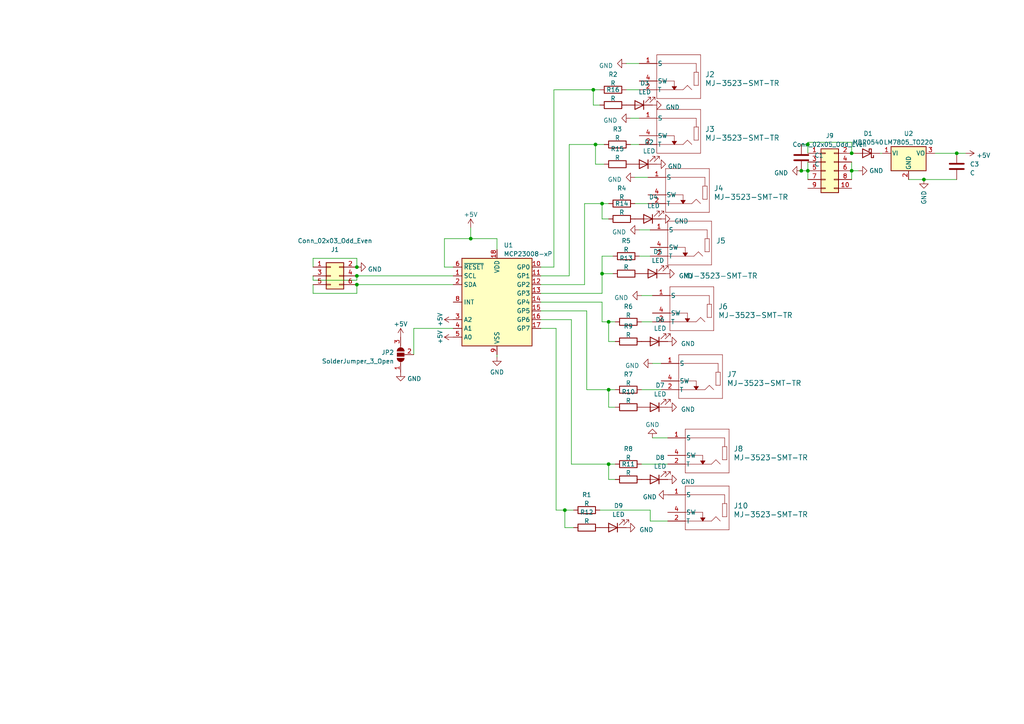
<source format=kicad_sch>
(kicad_sch (version 20230121) (generator eeschema)
  (paper "A4")
  (lib_symbols
    (symbol "Audio:MJ-3523-SMT-TR" (pin_names (offset 0.254))
      (property "Reference" "J" (at -8.89 6.35 0))
      (property "Value" "MJ-3523-SMT-TR" (at -8.89 8.89 0))
      (symbol "MJ-3523-SMT-TR_1_1"
        (polyline (pts (xy -17.78 -10.16) (xy -5.08 -10.16)) (stroke (width 0.127)))
        (polyline (pts (xy -17.78 2.54) (xy -17.78 -10.16)) (stroke (width 0.127)))
        (polyline (pts (xy -17.145 -6.35) (xy -15.875 -6.35)) (stroke (width 0.127)))
        (polyline (pts (xy -17.145 -2.54) (xy -17.145 -6.35)) (stroke (width 0.127)))
        (polyline (pts (xy -17.145 -2.54) (xy -15.875 -2.54)) (stroke (width 0.127)))
        (polyline (pts (xy -16.51 -2.54) (xy -16.51 0)) (stroke (width 0.127)))
        (polyline (pts (xy -16.51 0) (xy -5.08 0)) (stroke (width 0.127)))
        (polyline (pts (xy -15.875 -2.54) (xy -15.875 -6.35)) (stroke (width 0.127)))
        (polyline (pts (xy -13.97 -6.35) (xy -15.24 -7.62)) (stroke (width 0.127)))
        (polyline (pts (xy -12.7 -7.62) (xy -13.97 -6.35)) (stroke (width 0.127)))
        (polyline (pts (xy -12.7 -7.62) (xy -5.08 -7.62)) (stroke (width 0.127)))
        (polyline (pts (xy -10.795 -6.6675) (xy -9.525 -6.6675)) (stroke (width 0.127)))
        (polyline (pts (xy -10.16 -7.62) (xy -10.795 -6.6675)) (stroke (width 0.127)))
        (polyline (pts (xy -10.16 -7.62) (xy -9.525 -6.6675)) (stroke (width 0.127)))
        (polyline (pts (xy -10.16 -5.08) (xy -10.16 -7.62)) (stroke (width 0.127)))
        (polyline (pts (xy -10.16 -5.08) (xy -5.08 -5.08)) (stroke (width 0.127)))
        (polyline (pts (xy -5.08 -10.16) (xy -5.08 2.54)) (stroke (width 0.127)))
        (polyline (pts (xy -5.08 2.54) (xy -17.78 2.54)) (stroke (width 0.127)))
        (polyline (pts (xy -10.795 -6.6675) (xy -10.16 -7.62) (xy -9.525 -6.6675)) (fill (type outline)))
        (pin bidirectional line (at 0 0 180) (length 5.08) (name "S") (number "1"))
        (pin bidirectional line (at 0 -7.62 180) (length 5.08) (name "T") (number "2"))
        (pin bidirectional line (at 0 -5.08 180) (length 5.08) (name "SW") (number "4"))
      )
      (symbol "MJ-3523-SMT-TR_1_2"
        (polyline (pts (xy -17.78 -10.16) (xy -5.08 -10.16)) (stroke (width 0.127)))
        (polyline (pts (xy -17.78 2.54) (xy -17.78 -10.16)) (stroke (width 0.127)))
        (polyline (pts (xy -17.145 -6.35) (xy -15.875 -6.35)) (stroke (width 0.127)))
        (polyline (pts (xy -17.145 -2.54) (xy -17.145 -6.35)) (stroke (width 0.127)))
        (polyline (pts (xy -17.145 -2.54) (xy -15.875 -2.54)) (stroke (width 0.127)))
        (polyline (pts (xy -16.51 -2.54) (xy -16.51 0)) (stroke (width 0.127)))
        (polyline (pts (xy -16.51 0) (xy -5.08 0)) (stroke (width 0.127)))
        (polyline (pts (xy -15.875 -2.54) (xy -15.875 -6.35)) (stroke (width 0.127)))
        (polyline (pts (xy -13.97 -6.35) (xy -15.24 -7.62)) (stroke (width 0.127)))
        (polyline (pts (xy -12.7 -7.62) (xy -13.97 -6.35)) (stroke (width 0.127)))
        (polyline (pts (xy -12.7 -7.62) (xy -5.08 -7.62)) (stroke (width 0.127)))
        (polyline (pts (xy -10.795 -6.6675) (xy -9.525 -6.6675)) (stroke (width 0.127)))
        (polyline (pts (xy -10.16 -7.62) (xy -10.795 -6.6675)) (stroke (width 0.127)))
        (polyline (pts (xy -10.16 -7.62) (xy -9.525 -6.6675)) (stroke (width 0.127)))
        (polyline (pts (xy -10.16 -5.08) (xy -10.16 -7.62)) (stroke (width 0.127)))
        (polyline (pts (xy -10.16 -5.08) (xy -5.08 -5.08)) (stroke (width 0.127)))
        (polyline (pts (xy -5.08 -10.16) (xy -5.08 2.54)) (stroke (width 0.127)))
        (polyline (pts (xy -5.08 2.54) (xy -17.78 2.54)) (stroke (width 0.127)))
        (polyline (pts (xy -10.795 -6.6675) (xy -10.16 -7.62) (xy -9.525 -6.6675)) (fill (type outline)))
        (pin unspecified line (at 0 0 180) (length 5.08) (name "1") (number "1"))
        (pin unspecified line (at 0 -5.08 180) (length 5.08) (name "10") (number "10"))
        (pin unspecified line (at 0 -7.62 180) (length 5.08) (name "2") (number "2"))
      )
    )
    (symbol "Connector_Generic:Conn_02x03_Odd_Even" (pin_names (offset 1.016) hide)
      (property "Reference" "J" (at 1.27 5.08 0))
      (property "Value" "Conn_02x03_Odd_Even" (at 1.27 -5.08 0))
      (symbol "Conn_02x03_Odd_Even_1_1"
        (rectangle (start -1.27 -2.413) (end 0 -2.667) (stroke (width 0.1524)))
        (rectangle (start -1.27 0.127) (end 0 -0.127) (stroke (width 0.1524)))
        (rectangle (start -1.27 2.667) (end 0 2.413) (stroke (width 0.1524)))
        (rectangle (start -1.27 3.81) (end 3.81 -3.81) (stroke (width 0.254)) (fill (type background)))
        (rectangle (start 3.81 -2.413) (end 2.54 -2.667) (stroke (width 0.1524)))
        (rectangle (start 3.81 0.127) (end 2.54 -0.127) (stroke (width 0.1524)))
        (rectangle (start 3.81 2.667) (end 2.54 2.413) (stroke (width 0.1524)))
        (pin passive line (at -5.08 2.54 0) (length 3.81) (name "Pin_1") (number "1"))
        (pin passive line (at 7.62 2.54 180) (length 3.81) (name "Pin_2") (number "2"))
        (pin passive line (at -5.08 0 0) (length 3.81) (name "Pin_3") (number "3"))
        (pin passive line (at 7.62 0 180) (length 3.81) (name "Pin_4") (number "4"))
        (pin passive line (at -5.08 -2.54 0) (length 3.81) (name "Pin_5") (number "5"))
        (pin passive line (at 7.62 -2.54 180) (length 3.81) (name "Pin_6") (number "6"))
      )
    )
    (symbol "Connector_Generic:Conn_02x05_Odd_Even" (pin_names (offset 1.016) hide)
      (property "Reference" "J" (at 1.27 7.62 0))
      (property "Value" "Conn_02x05_Odd_Even" (at 1.27 -7.62 0))
      (symbol "Conn_02x05_Odd_Even_1_1"
        (rectangle (start -1.27 -4.953) (end 0 -5.207) (stroke (width 0.1524)))
        (rectangle (start -1.27 -2.413) (end 0 -2.667) (stroke (width 0.1524)))
        (rectangle (start -1.27 0.127) (end 0 -0.127) (stroke (width 0.1524)))
        (rectangle (start -1.27 2.667) (end 0 2.413) (stroke (width 0.1524)))
        (rectangle (start -1.27 5.207) (end 0 4.953) (stroke (width 0.1524)))
        (rectangle (start -1.27 6.35) (end 3.81 -6.35) (stroke (width 0.254)) (fill (type background)))
        (rectangle (start 3.81 -4.953) (end 2.54 -5.207) (stroke (width 0.1524)))
        (rectangle (start 3.81 -2.413) (end 2.54 -2.667) (stroke (width 0.1524)))
        (rectangle (start 3.81 0.127) (end 2.54 -0.127) (stroke (width 0.1524)))
        (rectangle (start 3.81 2.667) (end 2.54 2.413) (stroke (width 0.1524)))
        (rectangle (start 3.81 5.207) (end 2.54 4.953) (stroke (width 0.1524)))
        (pin passive line (at -5.08 5.08 0) (length 3.81) (name "Pin_1") (number "1"))
        (pin passive line (at 7.62 -5.08 180) (length 3.81) (name "Pin_10") (number "10"))
        (pin passive line (at 7.62 5.08 180) (length 3.81) (name "Pin_2") (number "2"))
        (pin passive line (at -5.08 2.54 0) (length 3.81) (name "Pin_3") (number "3"))
        (pin passive line (at 7.62 2.54 180) (length 3.81) (name "Pin_4") (number "4"))
        (pin passive line (at -5.08 0 0) (length 3.81) (name "Pin_5") (number "5"))
        (pin passive line (at 7.62 0 180) (length 3.81) (name "Pin_6") (number "6"))
        (pin passive line (at -5.08 -2.54 0) (length 3.81) (name "Pin_7") (number "7"))
        (pin passive line (at 7.62 -2.54 180) (length 3.81) (name "Pin_8") (number "8"))
        (pin passive line (at -5.08 -5.08 0) (length 3.81) (name "Pin_9") (number "9"))
      )
    )
    (symbol "Device:C" (pin_numbers hide) (pin_names (offset 0.254))
      (property "Reference" "C" (at 0.635 2.54 0))
      (property "Value" "C" (at 0.635 -2.54 0))
      (symbol "C_0_1"
        (polyline (pts (xy -2.032 -0.762) (xy 2.032 -0.762)) (stroke (width 0.508)))
        (polyline (pts (xy -2.032 0.762) (xy 2.032 0.762)) (stroke (width 0.508)))
      )
      (symbol "C_1_1"
        (pin passive line (at 0 3.81 270) (length 2.794) (name "~") (number "1"))
        (pin passive line (at 0 -3.81 90) (length 2.794) (name "~") (number "2"))
      )
    )
    (symbol "Device:LED" (pin_numbers hide) (pin_names (offset 1.016) hide)
      (property "Reference" "D" (at 0 2.54 0))
      (property "Value" "LED" (at 0 -2.54 0))
      (symbol "LED_0_1"
        (polyline (pts (xy -1.27 -1.27) (xy -1.27 1.27)) (stroke (width 0.254)))
        (polyline (pts (xy -1.27 0) (xy 1.27 0)))
        (polyline (pts (xy 1.27 -1.27) (xy 1.27 1.27) (xy -1.27 0) (xy 1.27 -1.27)) (stroke (width 0.254)))
        (polyline (pts (xy -3.048 -0.762) (xy -4.572 -2.286) (xy -3.81 -2.286) (xy -4.572 -2.286) (xy -4.572 -1.524)))
        (polyline (pts (xy -1.778 -0.762) (xy -3.302 -2.286) (xy -2.54 -2.286) (xy -3.302 -2.286) (xy -3.302 -1.524)))
      )
      (symbol "LED_1_1"
        (pin passive line (at -3.81 0 0) (length 2.54) (name "K") (number "1"))
        (pin passive line (at 3.81 0 180) (length 2.54) (name "A") (number "2"))
      )
    )
    (symbol "Device:R" (pin_numbers hide) (pin_names (offset 0))
      (property "Reference" "R" (at 2.032 0 90))
      (property "Value" "R" (at 0 0 90))
      (symbol "R_0_1"
        (rectangle (start -1.016 -2.54) (end 1.016 2.54) (stroke (width 0.254)))
      )
      (symbol "R_1_1"
        (pin passive line (at 0 3.81 270) (length 1.27) (name "~") (number "1"))
        (pin passive line (at 0 -3.81 90) (length 1.27) (name "~") (number "2"))
      )
    )
    (symbol "Diode:MBR0540" (pin_numbers hide) (pin_names (offset 1.016) hide)
      (property "Reference" "D" (at 0 2.54 0))
      (property "Value" "MBR0540" (at 0 -2.54 0))
      (symbol "MBR0540_0_1"
        (polyline (pts (xy 1.27 0) (xy -1.27 0)))
        (polyline (pts (xy 1.27 1.27) (xy 1.27 -1.27) (xy -1.27 0) (xy 1.27 1.27)) (stroke (width 0.254)))
        (polyline (pts (xy -1.905 0.635) (xy -1.905 1.27) (xy -1.27 1.27) (xy -1.27 -1.27) (xy -0.635 -1.27) (xy -0.635 -0.635)) (stroke (width 0.254)))
      )
      (symbol "MBR0540_1_1"
        (pin passive line (at -3.81 0 0) (length 2.54) (name "K") (number "1"))
        (pin passive line (at 3.81 0 180) (length 2.54) (name "A") (number "2"))
      )
    )
    (symbol "Interface_Expansion:MCP23008-xP"
      (property "Reference" "U" (at -8.89 13.97 0))
      (property "Value" "MCP23008-xP" (at 8.89 13.97 0))
      (symbol "MCP23008-xP_0_1"
        (rectangle (start -10.16 12.7) (end 10.16 -12.7) (stroke (width 0.254)) (fill (type background)))
      )
      (symbol "MCP23008-xP_1_1"
        (pin input line (at -12.7 7.62 0) (length 2.54) (name "SCL") (number "1"))
        (pin bidirectional line (at 12.7 10.16 180) (length 2.54) (name "GP0") (number "10"))
        (pin bidirectional line (at 12.7 7.62 180) (length 2.54) (name "GP1") (number "11"))
        (pin bidirectional line (at 12.7 5.08 180) (length 2.54) (name "GP2") (number "12"))
        (pin bidirectional line (at 12.7 2.54 180) (length 2.54) (name "GP3") (number "13"))
        (pin bidirectional line (at 12.7 0 180) (length 2.54) (name "GP4") (number "14"))
        (pin bidirectional line (at 12.7 -2.54 180) (length 2.54) (name "GP5") (number "15"))
        (pin bidirectional line (at 12.7 -5.08 180) (length 2.54) (name "GP6") (number "16"))
        (pin bidirectional line (at 12.7 -7.62 180) (length 2.54) (name "GP7") (number "17"))
        (pin power_in line (at 0 15.24 270) (length 2.54) (name "VDD") (number "18"))
        (pin bidirectional line (at -12.7 5.08 0) (length 2.54) (name "SDA") (number "2"))
        (pin input line (at -12.7 -5.08 0) (length 2.54) (name "A2") (number "3"))
        (pin input line (at -12.7 -7.62 0) (length 2.54) (name "A1") (number "4"))
        (pin input line (at -12.7 -10.16 0) (length 2.54) (name "A0") (number "5"))
        (pin input line (at -12.7 10.16 0) (length 2.54) (name "~{RESET}") (number "6"))
        (pin no_connect line (at -10.16 -2.54 0) (length 2.54) hide (name "NC") (number "7"))
        (pin output line (at -12.7 0 0) (length 2.54) (name "INT") (number "8"))
        (pin power_in line (at 0 -15.24 90) (length 2.54) (name "VSS") (number "9"))
      )
    )
    (symbol "Jumper:SolderJumper_3_Open" (pin_names (offset 0) hide)
      (property "Reference" "JP" (at -2.54 -2.54 0))
      (property "Value" "SolderJumper_3_Open" (at 0 2.794 0))
      (symbol "SolderJumper_3_Open_0_1"
        (arc (start -1.016 1.016) (mid -2.0276 0) (end -1.016 -1.016))
        (arc (start -1.016 1.016) (mid -2.0276 0) (end -1.016 -1.016) (fill (type outline)))
        (rectangle (start -0.508 1.016) (end 0.508 -1.016) (fill (type outline)))
        (polyline (pts (xy -2.54 0) (xy -2.032 0)))
        (polyline (pts (xy -1.016 1.016) (xy -1.016 -1.016)))
        (polyline (pts (xy 0 -1.27) (xy 0 -1.016)))
        (polyline (pts (xy 1.016 1.016) (xy 1.016 -1.016)))
        (polyline (pts (xy 2.54 0) (xy 2.032 0)))
        (arc (start 1.016 -1.016) (mid 2.0276 0) (end 1.016 1.016))
        (arc (start 1.016 -1.016) (mid 2.0276 0) (end 1.016 1.016) (fill (type outline)))
      )
      (symbol "SolderJumper_3_Open_1_1"
        (pin passive line (at -5.08 0 0) (length 2.54) (name "A") (number "1"))
        (pin passive line (at 0 -3.81 90) (length 2.54) (name "C") (number "2"))
        (pin passive line (at 5.08 0 180) (length 2.54) (name "B") (number "3"))
      )
    )
    (symbol "Regulator_Linear:LM7805_TO220" (pin_names (offset 0.254))
      (property "Reference" "U" (at -3.81 3.175 0))
      (property "Value" "LM7805_TO220" (at 0 3.175 0))
      (symbol "LM7805_TO220_0_1"
        (rectangle (start -5.08 1.905) (end 5.08 -5.08) (stroke (width 0.254)) (fill (type background)))
      )
      (symbol "LM7805_TO220_1_1"
        (pin power_in line (at -7.62 0 0) (length 2.54) (name "VI") (number "1"))
        (pin power_in line (at 0 -7.62 90) (length 2.54) (name "GND") (number "2"))
        (pin power_out line (at 7.62 0 180) (length 2.54) (name "VO") (number "3"))
      )
    )
    (symbol "power:+5V" (power) (pin_names (offset 0))
      (property "Value" "+5V" (at 0 3.556 0))
      (symbol "+5V_0_1"
        (polyline (pts (xy -0.762 1.27) (xy 0 2.54)))
        (polyline (pts (xy 0 0) (xy 0 2.54)))
        (polyline (pts (xy 0 2.54) (xy 0.762 1.27)))
      )
      (symbol "+5V_1_1"
        (pin power_in line (at 0 0 90) (length 0) hide (name "+5V") (number "1"))
      )
    )
    (symbol "power:GND" (power) (pin_names (offset 0))
      (property "Value" "GND" (at 0 -3.81 0))
      (symbol "GND_0_1"
        (polyline (pts (xy 0 0) (xy 0 -1.27) (xy 1.27 -1.27) (xy 0 -2.54) (xy -1.27 -1.27) (xy 0 -1.27)))
      )
      (symbol "GND_1_1"
        (pin power_in line (at 0 0 270) (length 0) hide (name "GND") (number "1"))
      )
    )
  )
  (junction (at 174.625 79.375))
  (junction (at 103.505 77.47))
  (junction (at 174.625 59.055))
  (junction (at 267.97 52.07))
  (junction (at 176.53 93.345))
  (junction (at 172.085 26.035))
  (junction (at 277.495 44.45))
  (junction (at 176.53 134.62))
  (junction (at 163.83 147.955))
  (junction (at 232.41 49.53))
  (junction (at 103.505 82.55))
  (junction (at 176.53 113.03))
  (junction (at 103.505 80.01))
  (junction (at 247.015 44.45))
  (junction (at 136.525 69.215))
  (junction (at 234.315 41.91))
  (junction (at 234.315 49.53))
  (junction (at 172.72 41.91))
  (junction (at 247.015 49.53))
  (wire (pts (xy 174.625 87.63) (xy 174.625 93.345)))
  (wire (pts (xy 186.055 113.03) (xy 191.77 113.03)))
  (wire (pts (xy 189.23 85.725) (xy 186.055 85.725)))
  (wire (pts (xy 188.595 151.13) (xy 193.675 151.13)))
  (wire (pts (xy 176.53 59.055) (xy 174.625 59.055)))
  (wire (pts (xy 136.525 69.215) (xy 144.145 69.215)))
  (wire (pts (xy 174.625 79.375) (xy 174.625 85.09)))
  (wire (pts (xy 277.495 44.45) (xy 280.035 44.45)))
  (wire (pts (xy 128.905 69.215) (xy 136.525 69.215)))
  (wire (pts (xy 247.65 44.45) (xy 247.015 44.45)))
  (wire (pts (xy 178.435 139.065) (xy 176.53 139.065)))
  (wire (pts (xy 188.595 66.675) (xy 185.42 66.675)))
  (wire (pts (xy 156.845 95.25) (xy 161.29 95.25)))
  (wire (pts (xy 177.8 74.295) (xy 174.625 74.295)))
  (wire (pts (xy 128.905 77.47) (xy 128.905 69.215)))
  (wire (pts (xy 144.145 69.215) (xy 144.145 72.39)))
  (wire (pts (xy 161.29 95.25) (xy 161.29 147.955)))
  (wire (pts (xy 189.23 93.345) (xy 186.055 93.345)))
  (wire (pts (xy 186.055 134.62) (xy 193.675 134.62)))
  (wire (pts (xy 247.015 46.99) (xy 247.015 49.53)))
  (wire (pts (xy 170.18 90.17) (xy 156.845 90.17)))
  (wire (pts (xy 136.525 66.04) (xy 136.525 69.215)))
  (wire (pts (xy 234.315 41.91) (xy 234.315 41.275)))
  (wire (pts (xy 103.505 77.47) (xy 103.505 74.93)))
  (wire (pts (xy 263.525 52.07) (xy 267.97 52.07)))
  (wire (pts (xy 156.845 82.55) (xy 169.545 82.55)))
  (wire (pts (xy 165.1 80.01) (xy 165.1 41.91)))
  (wire (pts (xy 169.545 59.055) (xy 169.545 82.55)))
  (wire (pts (xy 173.99 26.035) (xy 172.085 26.035)))
  (wire (pts (xy 172.085 26.035) (xy 172.085 30.48)))
  (wire (pts (xy 234.315 44.45) (xy 234.315 41.91)))
  (wire (pts (xy 176.53 113.03) (xy 170.18 113.03)))
  (wire (pts (xy 187.96 51.435) (xy 184.15 51.435)))
  (wire (pts (xy 103.505 80.01) (xy 103.505 81.28)))
  (wire (pts (xy 120.015 102.87) (xy 120.015 95.25)))
  (wire (pts (xy 176.53 63.5) (xy 174.625 63.5)))
  (wire (pts (xy 172.72 47.625) (xy 172.72 41.91)))
  (wire (pts (xy 131.445 77.47) (xy 128.905 77.47)))
  (wire (pts (xy 174.625 63.5) (xy 174.625 59.055)))
  (wire (pts (xy 176.53 134.62) (xy 178.435 134.62)))
  (wire (pts (xy 176.53 93.345) (xy 176.53 99.06)))
  (wire (pts (xy 165.1 41.91) (xy 172.72 41.91)))
  (wire (pts (xy 172.085 26.035) (xy 160.655 26.035)))
  (wire (pts (xy 255.905 44.45) (xy 255.27 44.45)))
  (wire (pts (xy 174.625 93.345) (xy 176.53 93.345)))
  (wire (pts (xy 170.18 113.03) (xy 170.18 90.17)))
  (wire (pts (xy 175.26 47.625) (xy 172.72 47.625)))
  (wire (pts (xy 166.37 153.035) (xy 163.83 153.035)))
  (wire (pts (xy 90.805 85.09) (xy 90.805 82.55)))
  (wire (pts (xy 234.315 46.99) (xy 234.315 49.53)))
  (wire (pts (xy 176.53 93.345) (xy 178.435 93.345)))
  (wire (pts (xy 232.41 41.91) (xy 234.315 41.91)))
  (wire (pts (xy 160.655 77.47) (xy 156.845 77.47)))
  (wire (pts (xy 185.42 26.035) (xy 181.61 26.035)))
  (wire (pts (xy 188.595 147.955) (xy 188.595 151.13)))
  (wire (pts (xy 176.53 118.11) (xy 176.53 113.03)))
  (wire (pts (xy 161.29 147.955) (xy 163.83 147.955)))
  (wire (pts (xy 187.96 59.055) (xy 184.15 59.055)))
  (wire (pts (xy 232.41 49.53) (xy 234.315 49.53)))
  (wire (pts (xy 160.655 26.035) (xy 160.655 77.47)))
  (wire (pts (xy 234.315 41.275) (xy 247.015 41.275)))
  (wire (pts (xy 173.99 147.955) (xy 188.595 147.955)))
  (wire (pts (xy 176.53 99.06) (xy 178.435 99.06)))
  (wire (pts (xy 156.845 87.63) (xy 174.625 87.63)))
  (wire (pts (xy 165.735 134.62) (xy 176.53 134.62)))
  (wire (pts (xy 193.675 127) (xy 189.23 127)))
  (wire (pts (xy 271.145 44.45) (xy 277.495 44.45)))
  (wire (pts (xy 234.315 49.53) (xy 234.315 52.07)))
  (wire (pts (xy 163.83 153.035) (xy 163.83 147.955)))
  (wire (pts (xy 172.085 30.48) (xy 173.99 30.48)))
  (wire (pts (xy 103.505 74.93) (xy 90.805 74.93)))
  (wire (pts (xy 172.72 41.91) (xy 175.26 41.91)))
  (wire (pts (xy 174.625 59.055) (xy 169.545 59.055)))
  (wire (pts (xy 185.42 34.29) (xy 182.88 34.29)))
  (wire (pts (xy 174.625 79.375) (xy 177.8 79.375)))
  (wire (pts (xy 178.435 113.03) (xy 176.53 113.03)))
  (wire (pts (xy 90.805 77.47) (xy 90.805 74.93)))
  (wire (pts (xy 144.145 103.505) (xy 144.145 102.87)))
  (wire (pts (xy 267.97 52.07) (xy 277.495 52.07)))
  (wire (pts (xy 90.805 80.01) (xy 90.805 81.28)))
  (wire (pts (xy 176.53 139.065) (xy 176.53 134.62)))
  (wire (pts (xy 178.435 118.11) (xy 176.53 118.11)))
  (wire (pts (xy 165.735 92.71) (xy 165.735 134.62)))
  (wire (pts (xy 103.505 81.28) (xy 90.805 81.28)))
  (wire (pts (xy 247.015 49.53) (xy 247.015 52.07)))
  (wire (pts (xy 185.42 41.91) (xy 182.88 41.91)))
  (wire (pts (xy 188.595 74.295) (xy 185.42 74.295)))
  (wire (pts (xy 247.015 41.275) (xy 247.015 44.45)))
  (wire (pts (xy 103.505 82.55) (xy 103.505 85.09)))
  (wire (pts (xy 103.505 85.09) (xy 90.805 85.09)))
  (wire (pts (xy 174.625 85.09) (xy 156.845 85.09)))
  (wire (pts (xy 103.505 80.01) (xy 131.445 80.01)))
  (wire (pts (xy 191.77 105.41) (xy 189.23 105.41)))
  (wire (pts (xy 248.92 49.53) (xy 247.015 49.53)))
  (wire (pts (xy 131.445 82.55) (xy 103.505 82.55)))
  (wire (pts (xy 163.83 147.955) (xy 166.37 147.955)))
  (wire (pts (xy 156.845 80.01) (xy 165.1 80.01)))
  (wire (pts (xy 185.42 18.415) (xy 181.61 18.415)))
  (wire (pts (xy 174.625 74.295) (xy 174.625 79.375)))
  (wire (pts (xy 120.015 95.25) (xy 131.445 95.25)))
  (wire (pts (xy 156.845 92.71) (xy 165.735 92.71)))
  (symbol (lib_id "power:+5V") (at 280.035 44.45 270) (unit 1)
    (property "Reference" "#PWR016" (effects hide))
    (property "Value" "+5V" (at 283.21 45.085 90) (effects (justify left)))
  )
  (symbol (lib_id "Device:LED") (at 177.8 153.035 180) (unit 1)
    (property "Reference" "D9" (at 179.3875 146.685 0))
    (property "Value" "LED" (at 179.3875 149.225 0))
    (property "Footprint" "LED_SMD:LED_1206_3216Metric_Pad1.42x1.75mm_HandSolder" (effects hide))
  )
  (symbol (lib_id "Audio:MJ-3523-SMT-TR") (at 188.595 66.675 0) (mirror y) (unit 1)
    (property "Reference" "J5" (at 207.645 69.85 0) (effects (font (size 1.524 1.524)) (justify right)))
    (property "Value" "MJ-3523-SMT-TR" (at 198.12 80.01 0) (effects (font (size 1.524 1.524)) (justify right)))
    (property "Footprint" "Connector_Audio:CONN_MJ-3523_CUD" (effects hide))
    (property "Datasheet" "MJ-3523-SMT-TR" (effects hide))
  )
  (symbol (lib_id "power:GND") (at 181.61 18.415 270) (unit 1)
    (property "Reference" "#PWR05" (effects hide))
    (property "Value" "GND" (at 177.8 19.05 90) (effects (justify right)))
  )
  (symbol (lib_id "Device:R") (at 179.07 47.625 90) (unit 1)
    (property "Reference" "R15" (at 179.07 43.18 90))
    (property "Value" "R" (at 179.07 45.72 90))
    (property "Footprint" "Resistor_SMD:R_1206_3216Metric_Pad1.30x1.75mm_HandSolder" (effects hide))
  )
  (symbol (lib_id "power:GND") (at 193.675 99.06 90) (unit 1)
    (property "Reference" "#PWR024" (effects hide))
    (property "Value" "GND" (at 197.485 99.695 90) (effects (justify right)))
  )
  (symbol (lib_id "power:+5V") (at 131.445 92.71 90) (unit 1)
    (property "Reference" "#PWR019" (effects hide))
    (property "Value" "+5V" (at 127.635 92.71 0))
  )
  (symbol (lib_id "Device:C") (at 232.41 45.72 0) (unit 1)
    (property "Reference" "C1" (at 236.22 45.085 0) (effects (justify left)))
    (property "Value" "C" (at 236.22 47.625 0) (effects (justify left)))
    (property "Footprint" "Capacitor_SMD:C_1206_3216Metric_Pad1.33x1.80mm_HandSolder" (effects hide))
  )
  (symbol (lib_id "power:GND") (at 193.04 79.375 90) (unit 1)
    (property "Reference" "#PWR025" (effects hide))
    (property "Value" "GND" (at 196.85 80.01 90) (effects (justify right)))
  )
  (symbol (lib_id "power:+5V") (at 136.525 66.04 0) (unit 1)
    (property "Reference" "#PWR03" (effects hide))
    (property "Value" "+5V" (at 136.525 62.23 0))
  )
  (symbol (lib_id "Device:LED") (at 185.42 30.48 180) (unit 1)
    (property "Reference" "D3" (at 187.0075 24.13 0))
    (property "Value" "LED" (at 187.0075 26.67 0))
    (property "Footprint" "LED_SMD:LED_1206_3216Metric_Pad1.42x1.75mm_HandSolder" (effects hide))
  )
  (symbol (lib_id "power:GND") (at 116.205 107.95 0) (unit 1)
    (property "Reference" "#PWR017" (effects hide))
    (property "Value" "GND" (at 118.11 109.855 0) (effects (justify left)))
  )
  (symbol (lib_id "Device:R") (at 180.34 63.5 90) (unit 1)
    (property "Reference" "R14" (at 180.34 59.055 90))
    (property "Value" "R" (at 180.34 61.595 90))
    (property "Footprint" "Resistor_SMD:R_1206_3216Metric_Pad1.30x1.75mm_HandSolder" (effects hide))
  )
  (symbol (lib_id "power:+5V") (at 131.445 97.79 90) (unit 1)
    (property "Reference" "#PWR021" (effects hide))
    (property "Value" "+5V" (at 127.635 97.79 0))
  )
  (symbol (lib_id "Jumper:SolderJumper_3_Open") (at 116.205 102.87 90) (unit 1)
    (property "Reference" "JP2" (at 114.3 102.235 90) (effects (justify left)))
    (property "Value" "SolderJumper_3_Open" (at 114.3 104.775 90) (effects (justify left)))
    (property "Footprint" "Jumper:SolderJumper-3_P2.0mm_Open_TrianglePad1.0x1.5mm_NumberLabels" (effects hide))
  )
  (symbol (lib_id "power:GND") (at 186.055 85.725 270) (unit 1)
    (property "Reference" "#PWR010" (effects hide))
    (property "Value" "GND" (at 182.245 86.36 90) (effects (justify right)))
  )
  (symbol (lib_id "Device:R") (at 182.245 118.11 90) (unit 1)
    (property "Reference" "R10" (at 182.245 113.665 90))
    (property "Value" "R" (at 182.245 116.205 90))
    (property "Footprint" "Resistor_SMD:R_1206_3216Metric_Pad1.30x1.75mm_HandSolder" (effects hide))
  )
  (symbol (lib_id "Audio:MJ-3523-SMT-TR") (at 193.675 143.51 0) (mirror y) (unit 1)
    (property "Reference" "J10" (at 212.725 146.685 0) (effects (font (size 1.524 1.524)) (justify right)))
    (property "Value" "MJ-3523-SMT-TR" (at 212.725 149.225 0) (effects (font (size 1.524 1.524)) (justify right)))
    (property "Footprint" "Connector_Audio:CONN_MJ-3523_CUD" (effects hide))
    (property "Datasheet" "MJ-3523-SMT-TR" (effects hide))
  )
  (symbol (lib_id "power:GND") (at 189.23 105.41 270) (unit 1)
    (property "Reference" "#PWR011" (effects hide))
    (property "Value" "GND" (at 185.42 106.045 90) (effects (justify right)))
  )
  (symbol (lib_id "power:GND") (at 190.5 47.625 90) (unit 1)
    (property "Reference" "#PWR02" (effects hide))
    (property "Value" "GND" (at 193.675 48.26 90) (effects (justify right)))
  )
  (symbol (lib_id "power:GND") (at 184.15 51.435 270) (unit 1)
    (property "Reference" "#PWR08" (effects hide))
    (property "Value" "GND" (at 180.34 52.07 90) (effects (justify right)))
  )
  (symbol (lib_id "power:GND") (at 267.97 52.07 0) (mirror y) (unit 1)
    (property "Reference" "#PWR015" (effects hide))
    (property "Value" "GND" (at 267.97 55.245 90) (effects (justify right)))
  )
  (symbol (lib_id "Audio:MJ-3523-SMT-TR") (at 189.23 85.725 0) (mirror y) (unit 1)
    (property "Reference" "J6" (at 208.28 88.9 0) (effects (font (size 1.524 1.524)) (justify right)))
    (property "Value" "MJ-3523-SMT-TR" (at 208.28 91.44 0) (effects (font (size 1.524 1.524)) (justify right)))
    (property "Footprint" "Connector_Audio:CONN_MJ-3523_CUD" (effects hide))
    (property "Datasheet" "MJ-3523-SMT-TR" (effects hide))
  )
  (symbol (lib_id "Device:R") (at 170.18 153.035 90) (unit 1)
    (property "Reference" "R12" (at 170.18 148.59 90))
    (property "Value" "R" (at 170.18 151.13 90))
    (property "Footprint" "Resistor_SMD:R_1206_3216Metric_Pad1.30x1.75mm_HandSolder" (effects hide))
  )
  (symbol (lib_id "Device:R") (at 181.61 79.375 90) (unit 1)
    (property "Reference" "R13" (at 181.61 74.93 90))
    (property "Value" "R" (at 181.61 77.47 90))
    (property "Footprint" "Resistor_SMD:R_1206_3216Metric_Pad1.30x1.75mm_HandSolder" (effects hide))
  )
  (symbol (lib_id "Device:R") (at 181.61 74.295 90) (unit 1)
    (property "Reference" "R5" (at 181.61 69.85 90))
    (property "Value" "R" (at 181.61 72.39 90))
    (property "Footprint" "Resistor_SMD:R_1206_3216Metric_Pad1.30x1.75mm_HandSolder" (effects hide))
  )
  (symbol (lib_id "Device:R") (at 182.245 139.065 90) (unit 1)
    (property "Reference" "R11" (at 182.245 134.62 90))
    (property "Value" "R" (at 182.245 137.16 90))
    (property "Footprint" "Resistor_SMD:R_1206_3216Metric_Pad1.30x1.75mm_HandSolder" (effects hide))
  )
  (symbol (lib_id "Device:LED") (at 189.23 79.375 180) (unit 1)
    (property "Reference" "D5" (at 190.8175 73.025 0))
    (property "Value" "LED" (at 190.8175 75.565 0))
    (property "Footprint" "LED_SMD:LED_1206_3216Metric_Pad1.42x1.75mm_HandSolder" (effects hide))
  )
  (symbol (lib_id "Audio:MJ-3523-SMT-TR") (at 185.42 18.415 0) (mirror y) (unit 1)
    (property "Reference" "J2" (at 204.47 21.59 0) (effects (font (size 1.524 1.524)) (justify right)))
    (property "Value" "MJ-3523-SMT-TR" (at 204.47 24.13 0) (effects (font (size 1.524 1.524)) (justify right)))
    (property "Footprint" "Connector_Audio:CONN_MJ-3523_CUD" (effects hide))
    (property "Datasheet" "MJ-3523-SMT-TR" (effects hide))
  )
  (symbol (lib_id "Device:R") (at 182.245 93.345 90) (unit 1)
    (property "Reference" "R6" (at 182.245 88.9 90))
    (property "Value" "R" (at 182.245 91.44 90))
    (property "Footprint" "Resistor_SMD:R_1206_3216Metric_Pad1.30x1.75mm_HandSolder" (effects hide))
  )
  (symbol (lib_id "power:GND") (at 189.23 30.48 90) (unit 1)
    (property "Reference" "#PWR027" (effects hide))
    (property "Value" "GND" (at 193.04 31.115 90) (effects (justify right)))
  )
  (symbol (lib_id "power:GND") (at 193.675 118.11 90) (unit 1)
    (property "Reference" "#PWR023" (effects hide))
    (property "Value" "GND" (at 197.485 118.745 90) (effects (justify right)))
  )
  (symbol (lib_id "power:GND") (at 185.42 66.675 270) (unit 1)
    (property "Reference" "#PWR09" (effects hide))
    (property "Value" "GND" (at 181.61 67.31 90) (effects (justify right)))
  )
  (symbol (lib_id "Device:C") (at 277.495 48.26 0) (unit 1)
    (property "Reference" "C3" (at 281.305 47.625 0) (effects (justify left)))
    (property "Value" "C" (at 281.305 50.165 0) (effects (justify left)))
    (property "Footprint" "Capacitor_SMD:C_1206_3216Metric_Pad1.33x1.80mm_HandSolder" (effects hide))
  )
  (symbol (lib_id "Device:LED") (at 189.865 139.065 180) (unit 1)
    (property "Reference" "D8" (at 191.4525 132.715 0))
    (property "Value" "LED" (at 191.4525 135.255 0))
    (property "Footprint" "LED_SMD:LED_1206_3216Metric_Pad1.42x1.75mm_HandSolder" (effects hide))
  )
  (symbol (lib_id "power:GND") (at 181.61 153.035 90) (unit 1)
    (property "Reference" "#PWR018" (effects hide))
    (property "Value" "GND" (at 185.42 153.67 90) (effects (justify right)))
  )
  (symbol (lib_id "power:GND") (at 193.675 143.51 270) (mirror x) (unit 1)
    (property "Reference" "#PWR06" (effects hide))
    (property "Value" "GND" (at 190.5 144.145 90) (effects (justify right)))
  )
  (symbol (lib_id "Regulator_Linear:LM7805_TO220") (at 263.525 44.45 0) (unit 1)
    (property "Reference" "U2" (at 263.525 38.735 0))
    (property "Value" "LM7805_TO220" (at 263.525 41.275 0))
    (property "Footprint" "Package_TO_SOT_SMD:SOT-223-3_TabPin2" (effects hide))
    (property "Datasheet" "https://www.onsemi.cn/PowerSolutions/document/MC7800-D.PDF" (effects hide))
  )
  (symbol (lib_id "Device:R") (at 177.8 30.48 90) (unit 1)
    (property "Reference" "R16" (at 177.8 26.035 90))
    (property "Value" "R" (at 177.8 28.575 90))
    (property "Footprint" "Resistor_SMD:R_1206_3216Metric_Pad1.30x1.75mm_HandSolder" (effects hide))
  )
  (symbol (lib_id "Device:R") (at 180.34 59.055 90) (unit 1)
    (property "Reference" "R4" (at 180.34 54.61 90))
    (property "Value" "R" (at 180.34 57.15 90))
    (property "Footprint" "Resistor_SMD:R_1206_3216Metric_Pad1.30x1.75mm_HandSolder" (effects hide))
  )
  (symbol (lib_id "Device:LED") (at 189.865 99.06 180) (unit 1)
    (property "Reference" "D6" (at 191.4525 92.71 0))
    (property "Value" "LED" (at 191.4525 95.25 0))
    (property "Footprint" "LED_SMD:LED_1206_3216Metric_Pad1.42x1.75mm_HandSolder" (effects hide))
  )
  (symbol (lib_id "power:GND") (at 248.92 49.53 90) (mirror x) (unit 1)
    (property "Reference" "#PWR014" (effects hide))
    (property "Value" "GND" (at 252.095 49.53 90) (effects (justify right)))
  )
  (symbol (lib_id "Audio:MJ-3523-SMT-TR") (at 193.675 127 0) (mirror y) (unit 1)
    (property "Reference" "J8" (at 212.725 130.175 0) (effects (font (size 1.524 1.524)) (justify right)))
    (property "Value" "MJ-3523-SMT-TR" (at 212.725 132.715 0) (effects (font (size 1.524 1.524)) (justify right)))
    (property "Footprint" "Connector_Audio:CONN_MJ-3523_CUD" (effects hide))
    (property "Datasheet" "MJ-3523-SMT-TR" (effects hide))
  )
  (symbol (lib_id "Device:R") (at 179.07 41.91 90) (unit 1)
    (property "Reference" "R3" (at 179.07 37.465 90))
    (property "Value" "R" (at 179.07 40.005 90))
    (property "Footprint" "Resistor_SMD:R_1206_3216Metric_Pad1.30x1.75mm_HandSolder" (effects hide))
  )
  (symbol (lib_id "Device:R") (at 182.245 99.06 90) (unit 1)
    (property "Reference" "R9" (at 182.245 94.615 90))
    (property "Value" "R" (at 182.245 97.155 90))
    (property "Footprint" "Resistor_SMD:R_1206_3216Metric_Pad1.30x1.75mm_HandSolder" (effects hide))
  )
  (symbol (lib_id "Diode:MBR0540") (at 251.46 44.45 180) (unit 1)
    (property "Reference" "D1" (at 251.7775 38.735 0))
    (property "Value" "MBR0540" (at 251.7775 41.275 0))
    (property "Footprint" "Diode_SMD:D_SOD-123" (effects hide))
    (property "Datasheet" "http://www.mccsemi.com/up_pdf/MBR0520~MBR0580(SOD123).pdf" (effects hide))
  )
  (symbol (lib_id "Device:LED") (at 187.96 63.5 180) (unit 1)
    (property "Reference" "D4" (at 189.5475 57.15 0))
    (property "Value" "LED" (at 189.5475 59.69 0))
    (property "Footprint" "LED_SMD:LED_1206_3216Metric_Pad1.42x1.75mm_HandSolder" (effects hide))
  )
  (symbol (lib_id "power:GND") (at 191.77 63.5 90) (unit 1)
    (property "Reference" "#PWR026" (effects hide))
    (property "Value" "GND" (at 195.58 64.135 90) (effects (justify right)))
  )
  (symbol (lib_id "Connector_Generic:Conn_02x03_Odd_Even") (at 95.885 80.01 0) (unit 1)
    (property "Reference" "J1" (at 97.155 72.39 0))
    (property "Value" "Conn_02x03_Odd_Even" (at 97.155 69.85 0))
    (property "Footprint" "Connector_PinHeader_2.54mm:PinHeader_2x03_P2.54mm_Horizontal" (effects hide))
  )
  (symbol (lib_id "Device:R") (at 182.245 134.62 90) (unit 1)
    (property "Reference" "R8" (at 182.245 130.175 90))
    (property "Value" "R" (at 182.245 132.715 90))
    (property "Footprint" "Resistor_SMD:R_1206_3216Metric_Pad1.30x1.75mm_HandSolder" (effects hide))
  )
  (symbol (lib_id "Device:R") (at 170.18 147.955 90) (unit 1)
    (property "Reference" "R1" (at 170.18 143.51 90))
    (property "Value" "R" (at 170.18 146.05 90))
    (property "Footprint" "Resistor_SMD:R_1206_3216Metric_Pad1.30x1.75mm_HandSolder" (effects hide))
  )
  (symbol (lib_id "Device:R") (at 177.8 26.035 90) (unit 1)
    (property "Reference" "R2" (at 177.8 21.59 90))
    (property "Value" "R" (at 177.8 24.13 90))
    (property "Footprint" "Resistor_SMD:R_1206_3216Metric_Pad1.30x1.75mm_HandSolder" (effects hide))
  )
  (symbol (lib_id "power:GND") (at 182.88 34.29 270) (unit 1)
    (property "Reference" "#PWR07" (effects hide))
    (property "Value" "GND" (at 179.07 34.925 90) (effects (justify right)))
  )
  (symbol (lib_id "Device:R") (at 182.245 113.03 90) (unit 1)
    (property "Reference" "R7" (at 182.245 108.585 90))
    (property "Value" "R" (at 182.245 111.125 90))
    (property "Footprint" "Resistor_SMD:R_1206_3216Metric_Pad1.30x1.75mm_HandSolder" (effects hide))
  )
  (symbol (lib_id "Interface_Expansion:MCP23008-xP") (at 144.145 87.63 0) (unit 1)
    (property "Reference" "U1" (at 146.1009 71.12 0) (effects (justify left)))
    (property "Value" "MCP23008-xP" (at 146.1009 73.66 0) (effects (justify left)))
    (property "Footprint" "Package_SO:SOIC-18W_7.5x11.6mm_P1.27mm" (effects hide))
    (property "Datasheet" "http://ww1.microchip.com/downloads/en/DeviceDoc/MCP23008-MCP23S08-Data-Sheet-20001919F.pdf" (effects hide))
  )
  (symbol (lib_id "power:GND") (at 144.145 103.505 0) (unit 1)
    (property "Reference" "#PWR04" (effects hide))
    (property "Value" "GND" (at 144.145 107.95 0))
  )
  (symbol (lib_id "Device:LED") (at 186.69 47.625 180) (unit 1)
    (property "Reference" "D2" (at 188.2775 41.275 0))
    (property "Value" "LED" (at 188.2775 43.815 0))
    (property "Footprint" "LED_SMD:LED_1206_3216Metric_Pad1.42x1.75mm_HandSolder" (effects hide))
  )
  (symbol (lib_id "power:+5V") (at 116.205 97.79 0) (unit 1)
    (property "Reference" "#PWR020" (effects hide))
    (property "Value" "+5V" (at 116.205 93.98 0))
  )
  (symbol (lib_id "power:GND") (at 232.41 49.53 270) (unit 1)
    (property "Reference" "#PWR013" (effects hide))
    (property "Value" "GND" (at 228.6 50.165 90) (effects (justify right)))
  )
  (symbol (lib_id "Audio:MJ-3523-SMT-TR") (at 187.96 51.435 0) (mirror y) (unit 1)
    (property "Reference" "J4" (at 207.01 54.61 0) (effects (font (size 1.524 1.524)) (justify right)))
    (property "Value" "MJ-3523-SMT-TR" (at 207.01 57.15 0) (effects (font (size 1.524 1.524)) (justify right)))
    (property "Footprint" "Connector_Audio:CONN_MJ-3523_CUD" (effects hide))
    (property "Datasheet" "MJ-3523-SMT-TR" (effects hide))
  )
  (symbol (lib_id "Device:LED") (at 189.865 118.11 180) (unit 1)
    (property "Reference" "D7" (at 191.4525 111.76 0))
    (property "Value" "LED" (at 191.4525 114.3 0))
    (property "Footprint" "LED_SMD:LED_1206_3216Metric_Pad1.42x1.75mm_HandSolder" (effects hide))
  )
  (symbol (lib_id "power:GND") (at 103.505 77.47 90) (unit 1)
    (property "Reference" "#PWR01" (effects hide))
    (property "Value" "GND" (at 106.68 78.105 90) (effects (justify right)))
  )
  (symbol (lib_id "Audio:MJ-3523-SMT-TR") (at 185.42 34.29 0) (mirror y) (unit 1)
    (property "Reference" "J3" (at 204.47 37.465 0) (effects (font (size 1.524 1.524)) (justify right)))
    (property "Value" "MJ-3523-SMT-TR" (at 204.47 40.005 0) (effects (font (size 1.524 1.524)) (justify right)))
    (property "Footprint" "Connector_Audio:CONN_MJ-3523_CUD" (effects hide))
    (property "Datasheet" "MJ-3523-SMT-TR" (effects hide))
  )
  (symbol (lib_id "Audio:MJ-3523-SMT-TR") (at 191.77 105.41 0) (mirror y) (unit 1)
    (property "Reference" "J7" (at 210.82 108.585 0) (effects (font (size 1.524 1.524)) (justify right)))
    (property "Value" "MJ-3523-SMT-TR" (at 210.82 111.125 0) (effects (font (size 1.524 1.524)) (justify right)))
    (property "Footprint" "Connector_Audio:CONN_MJ-3523_CUD" (effects hide))
    (property "Datasheet" "MJ-3523-SMT-TR" (effects hide))
  )
  (symbol (lib_id "Connector_Generic:Conn_02x05_Odd_Even") (at 239.395 49.53 0) (unit 1)
    (property "Reference" "J9" (at 240.665 39.37 0))
    (property "Value" "Conn_02x05_Odd_Even" (at 240.665 41.91 0))
    (property "Footprint" "Connector_PinHeader_2.54mm:PinHeader_2x05_P2.54mm_Horizontal" (effects hide))
  )
  (symbol (lib_id "power:GND") (at 193.675 139.065 90) (unit 1)
    (property "Reference" "#PWR022" (effects hide))
    (property "Value" "GND" (at 197.485 139.7 90) (effects (justify right)))
  )
  (symbol (lib_id "power:GND") (at 189.23 127 180) (unit 1)
    (property "Reference" "#PWR012" (effects hide))
    (property "Value" "GND" (at 189.23 123.19 0))
  )
)
</source>
